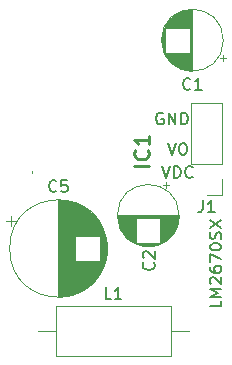
<source format=gbr>
%TF.GenerationSoftware,KiCad,Pcbnew,8.0.1-rc1*%
%TF.CreationDate,2024-10-01T19:09:29-07:00*%
%TF.ProjectId,LM2670SX-Carrier,4c4d3236-3730-4535-982d-436172726965,rev?*%
%TF.SameCoordinates,Original*%
%TF.FileFunction,Legend,Top*%
%TF.FilePolarity,Positive*%
%FSLAX46Y46*%
G04 Gerber Fmt 4.6, Leading zero omitted, Abs format (unit mm)*
G04 Created by KiCad (PCBNEW 8.0.1-rc1) date 2024-10-01 19:09:29*
%MOMM*%
%LPD*%
G01*
G04 APERTURE LIST*
%ADD10C,0.150000*%
%ADD11C,0.254000*%
%ADD12C,0.120000*%
%ADD13C,0.100000*%
%ADD14R,1.700000X1.700000*%
%ADD15O,1.700000X1.700000*%
%ADD16R,1.600000X1.600000*%
%ADD17C,1.600000*%
%ADD18C,2.000000*%
%ADD19O,2.000000X2.000000*%
%ADD20R,0.910000X2.160000*%
%ADD21R,10.800000X10.410000*%
G04 APERTURE END LIST*
D10*
X185461782Y-98401288D02*
X185795115Y-99401288D01*
X185795115Y-99401288D02*
X186128448Y-98401288D01*
X186652258Y-98401288D02*
X186842734Y-98401288D01*
X186842734Y-98401288D02*
X186937972Y-98448907D01*
X186937972Y-98448907D02*
X187033210Y-98544145D01*
X187033210Y-98544145D02*
X187080829Y-98734621D01*
X187080829Y-98734621D02*
X187080829Y-99067954D01*
X187080829Y-99067954D02*
X187033210Y-99258430D01*
X187033210Y-99258430D02*
X186937972Y-99353669D01*
X186937972Y-99353669D02*
X186842734Y-99401288D01*
X186842734Y-99401288D02*
X186652258Y-99401288D01*
X186652258Y-99401288D02*
X186557020Y-99353669D01*
X186557020Y-99353669D02*
X186461782Y-99258430D01*
X186461782Y-99258430D02*
X186414163Y-99067954D01*
X186414163Y-99067954D02*
X186414163Y-98734621D01*
X186414163Y-98734621D02*
X186461782Y-98544145D01*
X186461782Y-98544145D02*
X186557020Y-98448907D01*
X186557020Y-98448907D02*
X186652258Y-98401288D01*
X184980743Y-100359804D02*
X185314076Y-101359804D01*
X185314076Y-101359804D02*
X185647409Y-100359804D01*
X185980743Y-101359804D02*
X185980743Y-100359804D01*
X185980743Y-100359804D02*
X186218838Y-100359804D01*
X186218838Y-100359804D02*
X186361695Y-100407423D01*
X186361695Y-100407423D02*
X186456933Y-100502661D01*
X186456933Y-100502661D02*
X186504552Y-100597899D01*
X186504552Y-100597899D02*
X186552171Y-100788375D01*
X186552171Y-100788375D02*
X186552171Y-100931232D01*
X186552171Y-100931232D02*
X186504552Y-101121708D01*
X186504552Y-101121708D02*
X186456933Y-101216946D01*
X186456933Y-101216946D02*
X186361695Y-101312185D01*
X186361695Y-101312185D02*
X186218838Y-101359804D01*
X186218838Y-101359804D02*
X185980743Y-101359804D01*
X187552171Y-101264565D02*
X187504552Y-101312185D01*
X187504552Y-101312185D02*
X187361695Y-101359804D01*
X187361695Y-101359804D02*
X187266457Y-101359804D01*
X187266457Y-101359804D02*
X187123600Y-101312185D01*
X187123600Y-101312185D02*
X187028362Y-101216946D01*
X187028362Y-101216946D02*
X186980743Y-101121708D01*
X186980743Y-101121708D02*
X186933124Y-100931232D01*
X186933124Y-100931232D02*
X186933124Y-100788375D01*
X186933124Y-100788375D02*
X186980743Y-100597899D01*
X186980743Y-100597899D02*
X187028362Y-100502661D01*
X187028362Y-100502661D02*
X187123600Y-100407423D01*
X187123600Y-100407423D02*
X187266457Y-100359804D01*
X187266457Y-100359804D02*
X187361695Y-100359804D01*
X187361695Y-100359804D02*
X187504552Y-100407423D01*
X187504552Y-100407423D02*
X187552171Y-100455042D01*
X185046110Y-95871912D02*
X184950872Y-95824293D01*
X184950872Y-95824293D02*
X184808015Y-95824293D01*
X184808015Y-95824293D02*
X184665158Y-95871912D01*
X184665158Y-95871912D02*
X184569920Y-95967150D01*
X184569920Y-95967150D02*
X184522301Y-96062388D01*
X184522301Y-96062388D02*
X184474682Y-96252864D01*
X184474682Y-96252864D02*
X184474682Y-96395721D01*
X184474682Y-96395721D02*
X184522301Y-96586197D01*
X184522301Y-96586197D02*
X184569920Y-96681435D01*
X184569920Y-96681435D02*
X184665158Y-96776674D01*
X184665158Y-96776674D02*
X184808015Y-96824293D01*
X184808015Y-96824293D02*
X184903253Y-96824293D01*
X184903253Y-96824293D02*
X185046110Y-96776674D01*
X185046110Y-96776674D02*
X185093729Y-96729054D01*
X185093729Y-96729054D02*
X185093729Y-96395721D01*
X185093729Y-96395721D02*
X184903253Y-96395721D01*
X185522301Y-96824293D02*
X185522301Y-95824293D01*
X185522301Y-95824293D02*
X186093729Y-96824293D01*
X186093729Y-96824293D02*
X186093729Y-95824293D01*
X186569920Y-96824293D02*
X186569920Y-95824293D01*
X186569920Y-95824293D02*
X186808015Y-95824293D01*
X186808015Y-95824293D02*
X186950872Y-95871912D01*
X186950872Y-95871912D02*
X187046110Y-95967150D01*
X187046110Y-95967150D02*
X187093729Y-96062388D01*
X187093729Y-96062388D02*
X187141348Y-96252864D01*
X187141348Y-96252864D02*
X187141348Y-96395721D01*
X187141348Y-96395721D02*
X187093729Y-96586197D01*
X187093729Y-96586197D02*
X187046110Y-96681435D01*
X187046110Y-96681435D02*
X186950872Y-96776674D01*
X186950872Y-96776674D02*
X186808015Y-96824293D01*
X186808015Y-96824293D02*
X186569920Y-96824293D01*
X189996130Y-111761971D02*
X189996130Y-112238161D01*
X189996130Y-112238161D02*
X188996130Y-112238161D01*
X189996130Y-111428637D02*
X188996130Y-111428637D01*
X188996130Y-111428637D02*
X189710415Y-111095304D01*
X189710415Y-111095304D02*
X188996130Y-110761971D01*
X188996130Y-110761971D02*
X189996130Y-110761971D01*
X189091368Y-110333399D02*
X189043749Y-110285780D01*
X189043749Y-110285780D02*
X188996130Y-110190542D01*
X188996130Y-110190542D02*
X188996130Y-109952447D01*
X188996130Y-109952447D02*
X189043749Y-109857209D01*
X189043749Y-109857209D02*
X189091368Y-109809590D01*
X189091368Y-109809590D02*
X189186606Y-109761971D01*
X189186606Y-109761971D02*
X189281844Y-109761971D01*
X189281844Y-109761971D02*
X189424701Y-109809590D01*
X189424701Y-109809590D02*
X189996130Y-110381018D01*
X189996130Y-110381018D02*
X189996130Y-109761971D01*
X188996130Y-108904828D02*
X188996130Y-109095304D01*
X188996130Y-109095304D02*
X189043749Y-109190542D01*
X189043749Y-109190542D02*
X189091368Y-109238161D01*
X189091368Y-109238161D02*
X189234225Y-109333399D01*
X189234225Y-109333399D02*
X189424701Y-109381018D01*
X189424701Y-109381018D02*
X189805653Y-109381018D01*
X189805653Y-109381018D02*
X189900891Y-109333399D01*
X189900891Y-109333399D02*
X189948511Y-109285780D01*
X189948511Y-109285780D02*
X189996130Y-109190542D01*
X189996130Y-109190542D02*
X189996130Y-109000066D01*
X189996130Y-109000066D02*
X189948511Y-108904828D01*
X189948511Y-108904828D02*
X189900891Y-108857209D01*
X189900891Y-108857209D02*
X189805653Y-108809590D01*
X189805653Y-108809590D02*
X189567558Y-108809590D01*
X189567558Y-108809590D02*
X189472320Y-108857209D01*
X189472320Y-108857209D02*
X189424701Y-108904828D01*
X189424701Y-108904828D02*
X189377082Y-109000066D01*
X189377082Y-109000066D02*
X189377082Y-109190542D01*
X189377082Y-109190542D02*
X189424701Y-109285780D01*
X189424701Y-109285780D02*
X189472320Y-109333399D01*
X189472320Y-109333399D02*
X189567558Y-109381018D01*
X188996130Y-108476256D02*
X188996130Y-107809590D01*
X188996130Y-107809590D02*
X189996130Y-108238161D01*
X188996130Y-107238161D02*
X188996130Y-107142923D01*
X188996130Y-107142923D02*
X189043749Y-107047685D01*
X189043749Y-107047685D02*
X189091368Y-107000066D01*
X189091368Y-107000066D02*
X189186606Y-106952447D01*
X189186606Y-106952447D02*
X189377082Y-106904828D01*
X189377082Y-106904828D02*
X189615177Y-106904828D01*
X189615177Y-106904828D02*
X189805653Y-106952447D01*
X189805653Y-106952447D02*
X189900891Y-107000066D01*
X189900891Y-107000066D02*
X189948511Y-107047685D01*
X189948511Y-107047685D02*
X189996130Y-107142923D01*
X189996130Y-107142923D02*
X189996130Y-107238161D01*
X189996130Y-107238161D02*
X189948511Y-107333399D01*
X189948511Y-107333399D02*
X189900891Y-107381018D01*
X189900891Y-107381018D02*
X189805653Y-107428637D01*
X189805653Y-107428637D02*
X189615177Y-107476256D01*
X189615177Y-107476256D02*
X189377082Y-107476256D01*
X189377082Y-107476256D02*
X189186606Y-107428637D01*
X189186606Y-107428637D02*
X189091368Y-107381018D01*
X189091368Y-107381018D02*
X189043749Y-107333399D01*
X189043749Y-107333399D02*
X188996130Y-107238161D01*
X189948511Y-106523875D02*
X189996130Y-106381018D01*
X189996130Y-106381018D02*
X189996130Y-106142923D01*
X189996130Y-106142923D02*
X189948511Y-106047685D01*
X189948511Y-106047685D02*
X189900891Y-106000066D01*
X189900891Y-106000066D02*
X189805653Y-105952447D01*
X189805653Y-105952447D02*
X189710415Y-105952447D01*
X189710415Y-105952447D02*
X189615177Y-106000066D01*
X189615177Y-106000066D02*
X189567558Y-106047685D01*
X189567558Y-106047685D02*
X189519939Y-106142923D01*
X189519939Y-106142923D02*
X189472320Y-106333399D01*
X189472320Y-106333399D02*
X189424701Y-106428637D01*
X189424701Y-106428637D02*
X189377082Y-106476256D01*
X189377082Y-106476256D02*
X189281844Y-106523875D01*
X189281844Y-106523875D02*
X189186606Y-106523875D01*
X189186606Y-106523875D02*
X189091368Y-106476256D01*
X189091368Y-106476256D02*
X189043749Y-106428637D01*
X189043749Y-106428637D02*
X188996130Y-106333399D01*
X188996130Y-106333399D02*
X188996130Y-106095304D01*
X188996130Y-106095304D02*
X189043749Y-105952447D01*
X188996130Y-105619113D02*
X189996130Y-104952447D01*
X188996130Y-104952447D02*
X189996130Y-105619113D01*
X188414366Y-103255019D02*
X188414366Y-103969304D01*
X188414366Y-103969304D02*
X188366747Y-104112161D01*
X188366747Y-104112161D02*
X188271509Y-104207400D01*
X188271509Y-104207400D02*
X188128652Y-104255019D01*
X188128652Y-104255019D02*
X188033414Y-104255019D01*
X189414366Y-104255019D02*
X188842938Y-104255019D01*
X189128652Y-104255019D02*
X189128652Y-103255019D01*
X189128652Y-103255019D02*
X189033414Y-103397876D01*
X189033414Y-103397876D02*
X188938176Y-103493114D01*
X188938176Y-103493114D02*
X188842938Y-103540733D01*
X184255993Y-108522764D02*
X184303613Y-108570383D01*
X184303613Y-108570383D02*
X184351232Y-108713240D01*
X184351232Y-108713240D02*
X184351232Y-108808478D01*
X184351232Y-108808478D02*
X184303613Y-108951335D01*
X184303613Y-108951335D02*
X184208374Y-109046573D01*
X184208374Y-109046573D02*
X184113136Y-109094192D01*
X184113136Y-109094192D02*
X183922660Y-109141811D01*
X183922660Y-109141811D02*
X183779803Y-109141811D01*
X183779803Y-109141811D02*
X183589327Y-109094192D01*
X183589327Y-109094192D02*
X183494089Y-109046573D01*
X183494089Y-109046573D02*
X183398851Y-108951335D01*
X183398851Y-108951335D02*
X183351232Y-108808478D01*
X183351232Y-108808478D02*
X183351232Y-108713240D01*
X183351232Y-108713240D02*
X183398851Y-108570383D01*
X183398851Y-108570383D02*
X183446470Y-108522764D01*
X183446470Y-108141811D02*
X183398851Y-108094192D01*
X183398851Y-108094192D02*
X183351232Y-107998954D01*
X183351232Y-107998954D02*
X183351232Y-107760859D01*
X183351232Y-107760859D02*
X183398851Y-107665621D01*
X183398851Y-107665621D02*
X183446470Y-107618002D01*
X183446470Y-107618002D02*
X183541708Y-107570383D01*
X183541708Y-107570383D02*
X183636946Y-107570383D01*
X183636946Y-107570383D02*
X183779803Y-107618002D01*
X183779803Y-107618002D02*
X184351232Y-108189430D01*
X184351232Y-108189430D02*
X184351232Y-107570383D01*
X187372278Y-93815264D02*
X187324659Y-93862884D01*
X187324659Y-93862884D02*
X187181802Y-93910503D01*
X187181802Y-93910503D02*
X187086564Y-93910503D01*
X187086564Y-93910503D02*
X186943707Y-93862884D01*
X186943707Y-93862884D02*
X186848469Y-93767645D01*
X186848469Y-93767645D02*
X186800850Y-93672407D01*
X186800850Y-93672407D02*
X186753231Y-93481931D01*
X186753231Y-93481931D02*
X186753231Y-93339074D01*
X186753231Y-93339074D02*
X186800850Y-93148598D01*
X186800850Y-93148598D02*
X186848469Y-93053360D01*
X186848469Y-93053360D02*
X186943707Y-92958122D01*
X186943707Y-92958122D02*
X187086564Y-92910503D01*
X187086564Y-92910503D02*
X187181802Y-92910503D01*
X187181802Y-92910503D02*
X187324659Y-92958122D01*
X187324659Y-92958122D02*
X187372278Y-93005741D01*
X188324659Y-93910503D02*
X187753231Y-93910503D01*
X188038945Y-93910503D02*
X188038945Y-92910503D01*
X188038945Y-92910503D02*
X187943707Y-93053360D01*
X187943707Y-93053360D02*
X187848469Y-93148598D01*
X187848469Y-93148598D02*
X187753231Y-93196217D01*
X176020970Y-102445749D02*
X175973351Y-102493369D01*
X175973351Y-102493369D02*
X175830494Y-102540988D01*
X175830494Y-102540988D02*
X175735256Y-102540988D01*
X175735256Y-102540988D02*
X175592399Y-102493369D01*
X175592399Y-102493369D02*
X175497161Y-102398130D01*
X175497161Y-102398130D02*
X175449542Y-102302892D01*
X175449542Y-102302892D02*
X175401923Y-102112416D01*
X175401923Y-102112416D02*
X175401923Y-101969559D01*
X175401923Y-101969559D02*
X175449542Y-101779083D01*
X175449542Y-101779083D02*
X175497161Y-101683845D01*
X175497161Y-101683845D02*
X175592399Y-101588607D01*
X175592399Y-101588607D02*
X175735256Y-101540988D01*
X175735256Y-101540988D02*
X175830494Y-101540988D01*
X175830494Y-101540988D02*
X175973351Y-101588607D01*
X175973351Y-101588607D02*
X176020970Y-101636226D01*
X176925732Y-101540988D02*
X176449542Y-101540988D01*
X176449542Y-101540988D02*
X176401923Y-102017178D01*
X176401923Y-102017178D02*
X176449542Y-101969559D01*
X176449542Y-101969559D02*
X176544780Y-101921940D01*
X176544780Y-101921940D02*
X176782875Y-101921940D01*
X176782875Y-101921940D02*
X176878113Y-101969559D01*
X176878113Y-101969559D02*
X176925732Y-102017178D01*
X176925732Y-102017178D02*
X176973351Y-102112416D01*
X176973351Y-102112416D02*
X176973351Y-102350511D01*
X176973351Y-102350511D02*
X176925732Y-102445749D01*
X176925732Y-102445749D02*
X176878113Y-102493369D01*
X176878113Y-102493369D02*
X176782875Y-102540988D01*
X176782875Y-102540988D02*
X176544780Y-102540988D01*
X176544780Y-102540988D02*
X176449542Y-102493369D01*
X176449542Y-102493369D02*
X176401923Y-102445749D01*
X180663267Y-111620395D02*
X180187077Y-111620395D01*
X180187077Y-111620395D02*
X180187077Y-110620395D01*
X181520410Y-111620395D02*
X180948982Y-111620395D01*
X181234696Y-111620395D02*
X181234696Y-110620395D01*
X181234696Y-110620395D02*
X181139458Y-110763252D01*
X181139458Y-110763252D02*
X181044220Y-110858490D01*
X181044220Y-110858490D02*
X180948982Y-110906109D01*
D11*
X183869121Y-100328745D02*
X182599121Y-100328745D01*
X183748168Y-98998268D02*
X183808645Y-99058744D01*
X183808645Y-99058744D02*
X183869121Y-99240173D01*
X183869121Y-99240173D02*
X183869121Y-99361125D01*
X183869121Y-99361125D02*
X183808645Y-99542554D01*
X183808645Y-99542554D02*
X183687692Y-99663506D01*
X183687692Y-99663506D02*
X183566740Y-99723983D01*
X183566740Y-99723983D02*
X183324835Y-99784459D01*
X183324835Y-99784459D02*
X183143406Y-99784459D01*
X183143406Y-99784459D02*
X182901502Y-99723983D01*
X182901502Y-99723983D02*
X182780549Y-99663506D01*
X182780549Y-99663506D02*
X182659597Y-99542554D01*
X182659597Y-99542554D02*
X182599121Y-99361125D01*
X182599121Y-99361125D02*
X182599121Y-99240173D01*
X182599121Y-99240173D02*
X182659597Y-99058744D01*
X182659597Y-99058744D02*
X182720073Y-98998268D01*
X183869121Y-97788744D02*
X183869121Y-98514459D01*
X183869121Y-98151602D02*
X182599121Y-98151602D01*
X182599121Y-98151602D02*
X182780549Y-98272554D01*
X182780549Y-98272554D02*
X182901502Y-98393506D01*
X182901502Y-98393506D02*
X182961978Y-98514459D01*
D12*
%TO.C,J1*%
X187417700Y-100200200D02*
X187417700Y-95060200D01*
X190077700Y-95060200D02*
X187417700Y-95060200D01*
X190077700Y-100200200D02*
X187417700Y-100200200D01*
X190077700Y-100200200D02*
X190077700Y-95060200D01*
X190077700Y-101470200D02*
X190077700Y-102800200D01*
X190077700Y-102800200D02*
X188747700Y-102800200D01*
%TO.C,C2*%
X182756514Y-104783055D02*
X181227514Y-104783055D01*
X182756514Y-104823055D02*
X181231514Y-104823055D01*
X182756514Y-104863055D02*
X181235514Y-104863055D01*
X182756514Y-104903055D02*
X181240514Y-104903055D01*
X182756514Y-104943055D02*
X181246514Y-104943055D01*
X182756514Y-104983055D02*
X181253514Y-104983055D01*
X182756514Y-105023055D02*
X181260514Y-105023055D01*
X182756514Y-105063055D02*
X181268514Y-105063055D01*
X182756514Y-105103055D02*
X181276514Y-105103055D01*
X182756514Y-105143055D02*
X181285514Y-105143055D01*
X182756514Y-105183055D02*
X181295514Y-105183055D01*
X182756514Y-105223055D02*
X181305514Y-105223055D01*
X182756514Y-105264055D02*
X181316514Y-105264055D01*
X182756514Y-105304055D02*
X181328514Y-105304055D01*
X182756514Y-105344055D02*
X181341514Y-105344055D01*
X182756514Y-105384055D02*
X181354514Y-105384055D01*
X182756514Y-105424055D02*
X181368514Y-105424055D01*
X182756514Y-105464055D02*
X181382514Y-105464055D01*
X182756514Y-105504055D02*
X181398514Y-105504055D01*
X182756514Y-105544055D02*
X181414514Y-105544055D01*
X182756514Y-105584055D02*
X181431514Y-105584055D01*
X182756514Y-105624055D02*
X181448514Y-105624055D01*
X182756514Y-105664055D02*
X181467514Y-105664055D01*
X182756514Y-105704055D02*
X181486514Y-105704055D01*
X182756514Y-105744055D02*
X181506514Y-105744055D01*
X182756514Y-105784055D02*
X181528514Y-105784055D01*
X182756514Y-105824055D02*
X181549514Y-105824055D01*
X182756514Y-105864055D02*
X181572514Y-105864055D01*
X182756514Y-105904055D02*
X181596514Y-105904055D01*
X182756514Y-105944055D02*
X181621514Y-105944055D01*
X182756514Y-105984055D02*
X181647514Y-105984055D01*
X182756514Y-106024055D02*
X181674514Y-106024055D01*
X182756514Y-106064055D02*
X181701514Y-106064055D01*
X182756514Y-106104055D02*
X181731514Y-106104055D01*
X182756514Y-106144055D02*
X181761514Y-106144055D01*
X182756514Y-106184055D02*
X181792514Y-106184055D01*
X182756514Y-106224055D02*
X181825514Y-106224055D01*
X182756514Y-106264055D02*
X181859514Y-106264055D01*
X182756514Y-106304055D02*
X181895514Y-106304055D01*
X182756514Y-106344055D02*
X181932514Y-106344055D01*
X182756514Y-106384055D02*
X181970514Y-106384055D01*
X182756514Y-106424055D02*
X182011514Y-106424055D01*
X182756514Y-106464055D02*
X182053514Y-106464055D01*
X182756514Y-106504055D02*
X182097514Y-106504055D01*
X182756514Y-106544055D02*
X182143514Y-106544055D01*
X182756514Y-106584055D02*
X182191514Y-106584055D01*
X182756514Y-106624055D02*
X182242514Y-106624055D01*
X182756514Y-106664055D02*
X182296514Y-106664055D01*
X182756514Y-106704055D02*
X182353514Y-106704055D01*
X182756514Y-106744055D02*
X182413514Y-106744055D01*
X182756514Y-106784055D02*
X182477514Y-106784055D01*
X182756514Y-106824055D02*
X182545514Y-106824055D01*
X184080514Y-107144055D02*
X183512514Y-107144055D01*
X184314514Y-107104055D02*
X183278514Y-107104055D01*
X184473514Y-107064055D02*
X183119514Y-107064055D01*
X184601514Y-107024055D02*
X182991514Y-107024055D01*
X184711514Y-106984055D02*
X182881514Y-106984055D01*
X184807514Y-106944055D02*
X182785514Y-106944055D01*
X184894514Y-106904055D02*
X182698514Y-106904055D01*
X184974514Y-106864055D02*
X182618514Y-106864055D01*
X185047514Y-106824055D02*
X184836514Y-106824055D01*
X185115514Y-106784055D02*
X184836514Y-106784055D01*
X185179514Y-106744055D02*
X184836514Y-106744055D01*
X185239514Y-106704055D02*
X184836514Y-106704055D01*
X185271514Y-101738280D02*
X185271514Y-102238280D01*
X185296514Y-106664055D02*
X184836514Y-106664055D01*
X185350514Y-106624055D02*
X184836514Y-106624055D01*
X185401514Y-106584055D02*
X184836514Y-106584055D01*
X185449514Y-106544055D02*
X184836514Y-106544055D01*
X185495514Y-106504055D02*
X184836514Y-106504055D01*
X185521514Y-101988280D02*
X185021514Y-101988280D01*
X185539514Y-106464055D02*
X184836514Y-106464055D01*
X185581514Y-106424055D02*
X184836514Y-106424055D01*
X185622514Y-106384055D02*
X184836514Y-106384055D01*
X185660514Y-106344055D02*
X184836514Y-106344055D01*
X185697514Y-106304055D02*
X184836514Y-106304055D01*
X185733514Y-106264055D02*
X184836514Y-106264055D01*
X185767514Y-106224055D02*
X184836514Y-106224055D01*
X185800514Y-106184055D02*
X184836514Y-106184055D01*
X185831514Y-106144055D02*
X184836514Y-106144055D01*
X185861514Y-106104055D02*
X184836514Y-106104055D01*
X185891514Y-106064055D02*
X184836514Y-106064055D01*
X185918514Y-106024055D02*
X184836514Y-106024055D01*
X185945514Y-105984055D02*
X184836514Y-105984055D01*
X185971514Y-105944055D02*
X184836514Y-105944055D01*
X185996514Y-105904055D02*
X184836514Y-105904055D01*
X186020514Y-105864055D02*
X184836514Y-105864055D01*
X186043514Y-105824055D02*
X184836514Y-105824055D01*
X186064514Y-105784055D02*
X184836514Y-105784055D01*
X186086514Y-105744055D02*
X184836514Y-105744055D01*
X186106514Y-105704055D02*
X184836514Y-105704055D01*
X186125514Y-105664055D02*
X184836514Y-105664055D01*
X186144514Y-105624055D02*
X184836514Y-105624055D01*
X186161514Y-105584055D02*
X184836514Y-105584055D01*
X186178514Y-105544055D02*
X184836514Y-105544055D01*
X186194514Y-105504055D02*
X184836514Y-105504055D01*
X186210514Y-105464055D02*
X184836514Y-105464055D01*
X186224514Y-105424055D02*
X184836514Y-105424055D01*
X186238514Y-105384055D02*
X184836514Y-105384055D01*
X186251514Y-105344055D02*
X184836514Y-105344055D01*
X186264514Y-105304055D02*
X184836514Y-105304055D01*
X186276514Y-105264055D02*
X184836514Y-105264055D01*
X186287514Y-105223055D02*
X184836514Y-105223055D01*
X186297514Y-105183055D02*
X184836514Y-105183055D01*
X186307514Y-105143055D02*
X184836514Y-105143055D01*
X186316514Y-105103055D02*
X184836514Y-105103055D01*
X186324514Y-105063055D02*
X184836514Y-105063055D01*
X186332514Y-105023055D02*
X184836514Y-105023055D01*
X186339514Y-104983055D02*
X184836514Y-104983055D01*
X186346514Y-104943055D02*
X184836514Y-104943055D01*
X186352514Y-104903055D02*
X184836514Y-104903055D01*
X186357514Y-104863055D02*
X184836514Y-104863055D01*
X186361514Y-104823055D02*
X184836514Y-104823055D01*
X186365514Y-104783055D02*
X184836514Y-104783055D01*
X186369514Y-104743055D02*
X181223514Y-104743055D01*
X186372514Y-104703055D02*
X181220514Y-104703055D01*
X186374514Y-104663055D02*
X181218514Y-104663055D01*
X186375514Y-104623055D02*
X181217514Y-104623055D01*
X186376514Y-104543055D02*
X181216514Y-104543055D01*
X186376514Y-104583055D02*
X181216514Y-104583055D01*
X186416514Y-104543055D02*
G75*
G02*
X181176514Y-104543055I-2620000J0D01*
G01*
X181176514Y-104543055D02*
G75*
G02*
X186416514Y-104543055I2620000J0D01*
G01*
%TO.C,C1*%
X184937945Y-89989684D02*
X184937945Y-89421684D01*
X184977945Y-90223684D02*
X184977945Y-89187684D01*
X185017945Y-90382684D02*
X185017945Y-89028684D01*
X185057945Y-90510684D02*
X185057945Y-88900684D01*
X185097945Y-90620684D02*
X185097945Y-88790684D01*
X185137945Y-90716684D02*
X185137945Y-88694684D01*
X185177945Y-90803684D02*
X185177945Y-88607684D01*
X185217945Y-90883684D02*
X185217945Y-88527684D01*
X185257945Y-88665684D02*
X185257945Y-88454684D01*
X185257945Y-90956684D02*
X185257945Y-90745684D01*
X185297945Y-88665684D02*
X185297945Y-88386684D01*
X185297945Y-91024684D02*
X185297945Y-90745684D01*
X185337945Y-88665684D02*
X185337945Y-88322684D01*
X185337945Y-91088684D02*
X185337945Y-90745684D01*
X185377945Y-88665684D02*
X185377945Y-88262684D01*
X185377945Y-91148684D02*
X185377945Y-90745684D01*
X185417945Y-88665684D02*
X185417945Y-88205684D01*
X185417945Y-91205684D02*
X185417945Y-90745684D01*
X185457945Y-88665684D02*
X185457945Y-88151684D01*
X185457945Y-91259684D02*
X185457945Y-90745684D01*
X185497945Y-88665684D02*
X185497945Y-88100684D01*
X185497945Y-91310684D02*
X185497945Y-90745684D01*
X185537945Y-88665684D02*
X185537945Y-88052684D01*
X185537945Y-91358684D02*
X185537945Y-90745684D01*
X185577945Y-88665684D02*
X185577945Y-88006684D01*
X185577945Y-91404684D02*
X185577945Y-90745684D01*
X185617945Y-88665684D02*
X185617945Y-87962684D01*
X185617945Y-91448684D02*
X185617945Y-90745684D01*
X185657945Y-88665684D02*
X185657945Y-87920684D01*
X185657945Y-91490684D02*
X185657945Y-90745684D01*
X185697945Y-88665684D02*
X185697945Y-87879684D01*
X185697945Y-91531684D02*
X185697945Y-90745684D01*
X185737945Y-88665684D02*
X185737945Y-87841684D01*
X185737945Y-91569684D02*
X185737945Y-90745684D01*
X185777945Y-88665684D02*
X185777945Y-87804684D01*
X185777945Y-91606684D02*
X185777945Y-90745684D01*
X185817945Y-88665684D02*
X185817945Y-87768684D01*
X185817945Y-91642684D02*
X185817945Y-90745684D01*
X185857945Y-88665684D02*
X185857945Y-87734684D01*
X185857945Y-91676684D02*
X185857945Y-90745684D01*
X185897945Y-88665684D02*
X185897945Y-87701684D01*
X185897945Y-91709684D02*
X185897945Y-90745684D01*
X185937945Y-88665684D02*
X185937945Y-87670684D01*
X185937945Y-91740684D02*
X185937945Y-90745684D01*
X185977945Y-88665684D02*
X185977945Y-87640684D01*
X185977945Y-91770684D02*
X185977945Y-90745684D01*
X186017945Y-88665684D02*
X186017945Y-87610684D01*
X186017945Y-91800684D02*
X186017945Y-90745684D01*
X186057945Y-88665684D02*
X186057945Y-87583684D01*
X186057945Y-91827684D02*
X186057945Y-90745684D01*
X186097945Y-88665684D02*
X186097945Y-87556684D01*
X186097945Y-91854684D02*
X186097945Y-90745684D01*
X186137945Y-88665684D02*
X186137945Y-87530684D01*
X186137945Y-91880684D02*
X186137945Y-90745684D01*
X186177945Y-88665684D02*
X186177945Y-87505684D01*
X186177945Y-91905684D02*
X186177945Y-90745684D01*
X186217945Y-88665684D02*
X186217945Y-87481684D01*
X186217945Y-91929684D02*
X186217945Y-90745684D01*
X186257945Y-88665684D02*
X186257945Y-87458684D01*
X186257945Y-91952684D02*
X186257945Y-90745684D01*
X186297945Y-88665684D02*
X186297945Y-87437684D01*
X186297945Y-91973684D02*
X186297945Y-90745684D01*
X186337945Y-88665684D02*
X186337945Y-87415684D01*
X186337945Y-91995684D02*
X186337945Y-90745684D01*
X186377945Y-88665684D02*
X186377945Y-87395684D01*
X186377945Y-92015684D02*
X186377945Y-90745684D01*
X186417945Y-88665684D02*
X186417945Y-87376684D01*
X186417945Y-92034684D02*
X186417945Y-90745684D01*
X186457945Y-88665684D02*
X186457945Y-87357684D01*
X186457945Y-92053684D02*
X186457945Y-90745684D01*
X186497945Y-88665684D02*
X186497945Y-87340684D01*
X186497945Y-92070684D02*
X186497945Y-90745684D01*
X186537945Y-88665684D02*
X186537945Y-87323684D01*
X186537945Y-92087684D02*
X186537945Y-90745684D01*
X186577945Y-88665684D02*
X186577945Y-87307684D01*
X186577945Y-92103684D02*
X186577945Y-90745684D01*
X186617945Y-88665684D02*
X186617945Y-87291684D01*
X186617945Y-92119684D02*
X186617945Y-90745684D01*
X186657945Y-88665684D02*
X186657945Y-87277684D01*
X186657945Y-92133684D02*
X186657945Y-90745684D01*
X186697945Y-88665684D02*
X186697945Y-87263684D01*
X186697945Y-92147684D02*
X186697945Y-90745684D01*
X186737945Y-88665684D02*
X186737945Y-87250684D01*
X186737945Y-92160684D02*
X186737945Y-90745684D01*
X186777945Y-88665684D02*
X186777945Y-87237684D01*
X186777945Y-92173684D02*
X186777945Y-90745684D01*
X186817945Y-88665684D02*
X186817945Y-87225684D01*
X186817945Y-92185684D02*
X186817945Y-90745684D01*
X186858945Y-88665684D02*
X186858945Y-87214684D01*
X186858945Y-92196684D02*
X186858945Y-90745684D01*
X186898945Y-88665684D02*
X186898945Y-87204684D01*
X186898945Y-92206684D02*
X186898945Y-90745684D01*
X186938945Y-88665684D02*
X186938945Y-87194684D01*
X186938945Y-92216684D02*
X186938945Y-90745684D01*
X186978945Y-88665684D02*
X186978945Y-87185684D01*
X186978945Y-92225684D02*
X186978945Y-90745684D01*
X187018945Y-88665684D02*
X187018945Y-87177684D01*
X187018945Y-92233684D02*
X187018945Y-90745684D01*
X187058945Y-88665684D02*
X187058945Y-87169684D01*
X187058945Y-92241684D02*
X187058945Y-90745684D01*
X187098945Y-88665684D02*
X187098945Y-87162684D01*
X187098945Y-92248684D02*
X187098945Y-90745684D01*
X187138945Y-88665684D02*
X187138945Y-87155684D01*
X187138945Y-92255684D02*
X187138945Y-90745684D01*
X187178945Y-88665684D02*
X187178945Y-87149684D01*
X187178945Y-92261684D02*
X187178945Y-90745684D01*
X187218945Y-88665684D02*
X187218945Y-87144684D01*
X187218945Y-92266684D02*
X187218945Y-90745684D01*
X187258945Y-88665684D02*
X187258945Y-87140684D01*
X187258945Y-92270684D02*
X187258945Y-90745684D01*
X187298945Y-88665684D02*
X187298945Y-87136684D01*
X187298945Y-92274684D02*
X187298945Y-90745684D01*
X187338945Y-92278684D02*
X187338945Y-87132684D01*
X187378945Y-92281684D02*
X187378945Y-87129684D01*
X187418945Y-92283684D02*
X187418945Y-87127684D01*
X187458945Y-92284684D02*
X187458945Y-87126684D01*
X187498945Y-92285684D02*
X187498945Y-87125684D01*
X187538945Y-92285684D02*
X187538945Y-87125684D01*
X190093720Y-91430684D02*
X190093720Y-90930684D01*
X190343720Y-91180684D02*
X189843720Y-91180684D01*
X190158945Y-89705684D02*
G75*
G02*
X184918945Y-89705684I-2620000J0D01*
G01*
X184918945Y-89705684D02*
G75*
G02*
X190158945Y-89705684I2620000J0D01*
G01*
%TO.C,C5*%
X171777939Y-105021169D02*
X172577939Y-105021169D01*
X172177939Y-104621169D02*
X172177939Y-105421169D01*
X176187637Y-103256169D02*
X176187637Y-111416169D01*
X176227637Y-103256169D02*
X176227637Y-111416169D01*
X176267637Y-103256169D02*
X176267637Y-111416169D01*
X176307637Y-103257169D02*
X176307637Y-111415169D01*
X176347637Y-103259169D02*
X176347637Y-111413169D01*
X176387637Y-103260169D02*
X176387637Y-111412169D01*
X176427637Y-103262169D02*
X176427637Y-111410169D01*
X176467637Y-103265169D02*
X176467637Y-111407169D01*
X176507637Y-103268169D02*
X176507637Y-111404169D01*
X176547637Y-103271169D02*
X176547637Y-111401169D01*
X176587637Y-103275169D02*
X176587637Y-111397169D01*
X176627637Y-103279169D02*
X176627637Y-111393169D01*
X176667637Y-103284169D02*
X176667637Y-111388169D01*
X176707637Y-103288169D02*
X176707637Y-111384169D01*
X176747637Y-103294169D02*
X176747637Y-111378169D01*
X176787637Y-103299169D02*
X176787637Y-111373169D01*
X176827637Y-103306169D02*
X176827637Y-111366169D01*
X176867637Y-103312169D02*
X176867637Y-111360169D01*
X176908637Y-103319169D02*
X176908637Y-111353169D01*
X176948637Y-103326169D02*
X176948637Y-111346169D01*
X176988637Y-103334169D02*
X176988637Y-111338169D01*
X177028637Y-103342169D02*
X177028637Y-111330169D01*
X177068637Y-103351169D02*
X177068637Y-111321169D01*
X177108637Y-103360169D02*
X177108637Y-111312169D01*
X177148637Y-103369169D02*
X177148637Y-111303169D01*
X177188637Y-103379169D02*
X177188637Y-111293169D01*
X177228637Y-103389169D02*
X177228637Y-111283169D01*
X177268637Y-103400169D02*
X177268637Y-111272169D01*
X177308637Y-103411169D02*
X177308637Y-111261169D01*
X177348637Y-103422169D02*
X177348637Y-111250169D01*
X177388637Y-103434169D02*
X177388637Y-111238169D01*
X177428637Y-103447169D02*
X177428637Y-111225169D01*
X177468637Y-103459169D02*
X177468637Y-111213169D01*
X177508637Y-103473169D02*
X177508637Y-111199169D01*
X177548637Y-103486169D02*
X177548637Y-111186169D01*
X177588637Y-103501169D02*
X177588637Y-111171169D01*
X177628637Y-103515169D02*
X177628637Y-111157169D01*
X177668637Y-103531169D02*
X177668637Y-106296169D01*
X177668637Y-108376169D02*
X177668637Y-111141169D01*
X177708637Y-103546169D02*
X177708637Y-106296169D01*
X177708637Y-108376169D02*
X177708637Y-111126169D01*
X177748637Y-103562169D02*
X177748637Y-106296169D01*
X177748637Y-108376169D02*
X177748637Y-111110169D01*
X177788637Y-103579169D02*
X177788637Y-106296169D01*
X177788637Y-108376169D02*
X177788637Y-111093169D01*
X177828637Y-103596169D02*
X177828637Y-106296169D01*
X177828637Y-108376169D02*
X177828637Y-111076169D01*
X177868637Y-103614169D02*
X177868637Y-106296169D01*
X177868637Y-108376169D02*
X177868637Y-111058169D01*
X177908637Y-103632169D02*
X177908637Y-106296169D01*
X177908637Y-108376169D02*
X177908637Y-111040169D01*
X177948637Y-103650169D02*
X177948637Y-106296169D01*
X177948637Y-108376169D02*
X177948637Y-111022169D01*
X177988637Y-103670169D02*
X177988637Y-106296169D01*
X177988637Y-108376169D02*
X177988637Y-111002169D01*
X178028637Y-103689169D02*
X178028637Y-106296169D01*
X178028637Y-108376169D02*
X178028637Y-110983169D01*
X178068637Y-103709169D02*
X178068637Y-106296169D01*
X178068637Y-108376169D02*
X178068637Y-110963169D01*
X178108637Y-103730169D02*
X178108637Y-106296169D01*
X178108637Y-108376169D02*
X178108637Y-110942169D01*
X178148637Y-103752169D02*
X178148637Y-106296169D01*
X178148637Y-108376169D02*
X178148637Y-110920169D01*
X178188637Y-103774169D02*
X178188637Y-106296169D01*
X178188637Y-108376169D02*
X178188637Y-110898169D01*
X178228637Y-103796169D02*
X178228637Y-106296169D01*
X178228637Y-108376169D02*
X178228637Y-110876169D01*
X178268637Y-103819169D02*
X178268637Y-106296169D01*
X178268637Y-108376169D02*
X178268637Y-110853169D01*
X178308637Y-103843169D02*
X178308637Y-106296169D01*
X178308637Y-108376169D02*
X178308637Y-110829169D01*
X178348637Y-103867169D02*
X178348637Y-106296169D01*
X178348637Y-108376169D02*
X178348637Y-110805169D01*
X178388637Y-103892169D02*
X178388637Y-106296169D01*
X178388637Y-108376169D02*
X178388637Y-110780169D01*
X178428637Y-103918169D02*
X178428637Y-106296169D01*
X178428637Y-108376169D02*
X178428637Y-110754169D01*
X178468637Y-103944169D02*
X178468637Y-106296169D01*
X178468637Y-108376169D02*
X178468637Y-110728169D01*
X178508637Y-103971169D02*
X178508637Y-106296169D01*
X178508637Y-108376169D02*
X178508637Y-110701169D01*
X178548637Y-103998169D02*
X178548637Y-106296169D01*
X178548637Y-108376169D02*
X178548637Y-110674169D01*
X178588637Y-104027169D02*
X178588637Y-106296169D01*
X178588637Y-108376169D02*
X178588637Y-110645169D01*
X178628637Y-104056169D02*
X178628637Y-106296169D01*
X178628637Y-108376169D02*
X178628637Y-110616169D01*
X178668637Y-104086169D02*
X178668637Y-106296169D01*
X178668637Y-108376169D02*
X178668637Y-110586169D01*
X178708637Y-104116169D02*
X178708637Y-106296169D01*
X178708637Y-108376169D02*
X178708637Y-110556169D01*
X178748637Y-104147169D02*
X178748637Y-106296169D01*
X178748637Y-108376169D02*
X178748637Y-110525169D01*
X178788637Y-104180169D02*
X178788637Y-106296169D01*
X178788637Y-108376169D02*
X178788637Y-110492169D01*
X178828637Y-104212169D02*
X178828637Y-106296169D01*
X178828637Y-108376169D02*
X178828637Y-110460169D01*
X178868637Y-104246169D02*
X178868637Y-106296169D01*
X178868637Y-108376169D02*
X178868637Y-110426169D01*
X178908637Y-104281169D02*
X178908637Y-106296169D01*
X178908637Y-108376169D02*
X178908637Y-110391169D01*
X178948637Y-104317169D02*
X178948637Y-106296169D01*
X178948637Y-108376169D02*
X178948637Y-110355169D01*
X178988637Y-104353169D02*
X178988637Y-106296169D01*
X178988637Y-108376169D02*
X178988637Y-110319169D01*
X179028637Y-104391169D02*
X179028637Y-106296169D01*
X179028637Y-108376169D02*
X179028637Y-110281169D01*
X179068637Y-104429169D02*
X179068637Y-106296169D01*
X179068637Y-108376169D02*
X179068637Y-110243169D01*
X179108637Y-104469169D02*
X179108637Y-106296169D01*
X179108637Y-108376169D02*
X179108637Y-110203169D01*
X179148637Y-104510169D02*
X179148637Y-106296169D01*
X179148637Y-108376169D02*
X179148637Y-110162169D01*
X179188637Y-104552169D02*
X179188637Y-106296169D01*
X179188637Y-108376169D02*
X179188637Y-110120169D01*
X179228637Y-104595169D02*
X179228637Y-106296169D01*
X179228637Y-108376169D02*
X179228637Y-110077169D01*
X179268637Y-104639169D02*
X179268637Y-106296169D01*
X179268637Y-108376169D02*
X179268637Y-110033169D01*
X179308637Y-104685169D02*
X179308637Y-106296169D01*
X179308637Y-108376169D02*
X179308637Y-109987169D01*
X179348637Y-104732169D02*
X179348637Y-106296169D01*
X179348637Y-108376169D02*
X179348637Y-109940169D01*
X179388637Y-104780169D02*
X179388637Y-106296169D01*
X179388637Y-108376169D02*
X179388637Y-109892169D01*
X179428637Y-104831169D02*
X179428637Y-106296169D01*
X179428637Y-108376169D02*
X179428637Y-109841169D01*
X179468637Y-104882169D02*
X179468637Y-106296169D01*
X179468637Y-108376169D02*
X179468637Y-109790169D01*
X179508637Y-104936169D02*
X179508637Y-106296169D01*
X179508637Y-108376169D02*
X179508637Y-109736169D01*
X179548637Y-104991169D02*
X179548637Y-106296169D01*
X179548637Y-108376169D02*
X179548637Y-109681169D01*
X179588637Y-105049169D02*
X179588637Y-106296169D01*
X179588637Y-108376169D02*
X179588637Y-109623169D01*
X179628637Y-105108169D02*
X179628637Y-106296169D01*
X179628637Y-108376169D02*
X179628637Y-109564169D01*
X179668637Y-105170169D02*
X179668637Y-106296169D01*
X179668637Y-108376169D02*
X179668637Y-109502169D01*
X179708637Y-105234169D02*
X179708637Y-106296169D01*
X179708637Y-108376169D02*
X179708637Y-109438169D01*
X179748637Y-105302169D02*
X179748637Y-109370169D01*
X179788637Y-105372169D02*
X179788637Y-109300169D01*
X179828637Y-105446169D02*
X179828637Y-109226169D01*
X179868637Y-105523169D02*
X179868637Y-109149169D01*
X179908637Y-105605169D02*
X179908637Y-109067169D01*
X179948637Y-105691169D02*
X179948637Y-108981169D01*
X179988637Y-105784169D02*
X179988637Y-108888169D01*
X180028637Y-105883169D02*
X180028637Y-108789169D01*
X180068637Y-105990169D02*
X180068637Y-108682169D01*
X180108637Y-106107169D02*
X180108637Y-108565169D01*
X180148637Y-106238169D02*
X180148637Y-108434169D01*
X180188637Y-106388169D02*
X180188637Y-108284169D01*
X180228637Y-106568169D02*
X180228637Y-108104169D01*
X180268637Y-106803169D02*
X180268637Y-107869169D01*
X180307637Y-107336169D02*
G75*
G02*
X172067637Y-107336169I-4120000J0D01*
G01*
X172067637Y-107336169D02*
G75*
G02*
X180307637Y-107336169I4120000J0D01*
G01*
%TO.C,L1*%
X174449934Y-114285576D02*
X175959934Y-114285576D01*
X175959934Y-112165576D02*
X175959934Y-116405576D01*
X175959934Y-116405576D02*
X185699934Y-116405576D01*
X185699934Y-112165576D02*
X175959934Y-112165576D01*
X185699934Y-116405576D02*
X185699934Y-112165576D01*
X187209934Y-114285576D02*
X185699934Y-114285576D01*
D13*
%TO.C,IC1*%
X173990000Y-100840000D02*
X173990000Y-100840000D01*
X173990000Y-100940000D02*
X173990000Y-100940000D01*
X173990000Y-100840000D02*
G75*
G02*
X173990000Y-100940000I0J-50000D01*
G01*
X173990000Y-100940000D02*
G75*
G02*
X173990000Y-100840000I0J50000D01*
G01*
%TD*%
%LPC*%
D14*
%TO.C,J1*%
X188747700Y-101470200D03*
D15*
X188747700Y-98930200D03*
X188747700Y-96390200D03*
%TD*%
D16*
%TO.C,C2*%
X183796514Y-103293055D03*
D17*
X183796514Y-105793055D03*
%TD*%
D16*
%TO.C,C1*%
X188788945Y-89705684D03*
D17*
X186288945Y-89705684D03*
%TD*%
D16*
%TO.C,C5*%
X173687637Y-107336169D03*
D17*
X178687637Y-107336169D03*
%TD*%
D18*
%TO.C,L1*%
X173209934Y-114285576D03*
D19*
X188449934Y-114285576D03*
%TD*%
D20*
%TO.C,IC1*%
X173990000Y-99210000D03*
X175260000Y-99210000D03*
X176530000Y-99210000D03*
X177800000Y-99210000D03*
X179070000Y-99210000D03*
X180340000Y-99210000D03*
X181610000Y-99210000D03*
D21*
X177800000Y-90890000D03*
%TD*%
%LPD*%
M02*

</source>
